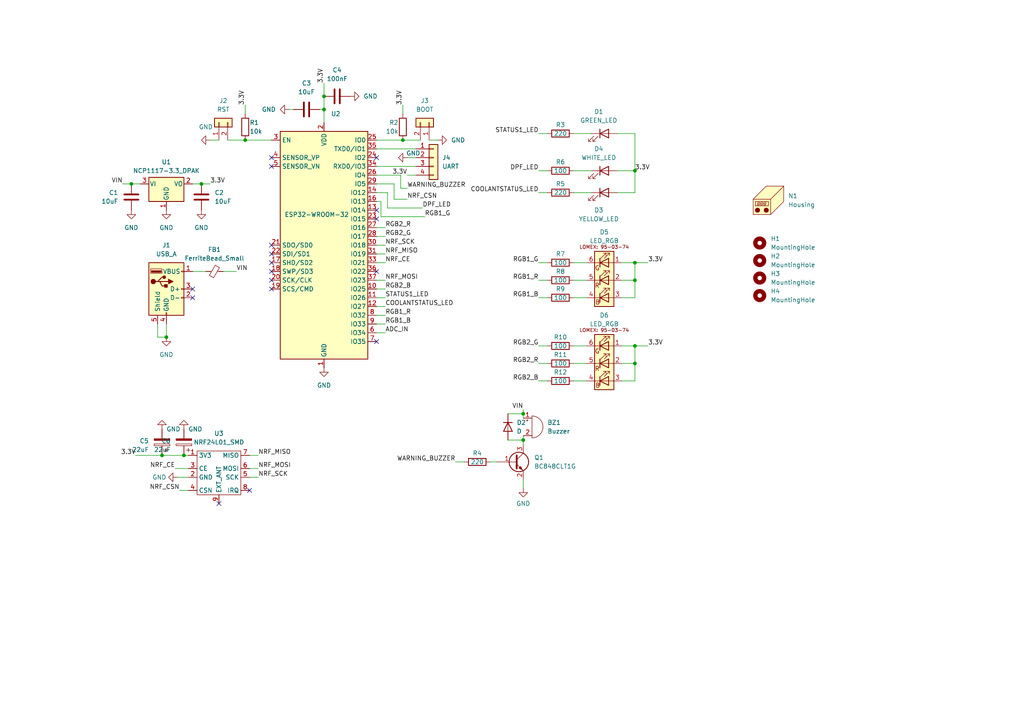
<source format=kicad_sch>
(kicad_sch (version 20211123) (generator eeschema)
  (paper "A4")
  (lib_symbols
    (symbol "Connector:USB_A" (pin_names (offset 1.016))
      (property "Reference" "J" (at -5.08 11.43 0))
      (property "Value" "USB_A" (at -5.08 8.89 0))
      (symbol "USB_A_0_1"
        (rectangle (start -5.08 -7.62) (end 5.08 7.62) (stroke (width 0.254)) (fill (type background)))
        (circle (center -3.81 2.159) (radius 0.635) (stroke (width 0.254)) (fill (type outline)))
        (rectangle (start -1.524 4.826) (end -4.318 5.334) (fill (type outline)))
        (rectangle (start -1.27 4.572) (end -4.572 5.842))
        (circle (center -0.635 3.429) (radius 0.381) (stroke (width 0.254)) (fill (type outline)))
        (rectangle (start -0.127 -7.62) (end 0.127 -6.858))
        (polyline (pts (xy -3.175 2.159) (xy -2.54 2.159) (xy -1.27 3.429) (xy -0.635 3.429)) (stroke (width 0.254)))
        (polyline (pts (xy -2.54 2.159) (xy -1.905 2.159) (xy -1.27 0.889) (xy 0 0.889)) (stroke (width 0.254)))
        (polyline (pts (xy 0.635 2.794) (xy 0.635 1.524) (xy 1.905 2.159) (xy 0.635 2.794)) (stroke (width 0.254)) (fill (type outline)))
        (rectangle (start 0.254 1.27) (end -0.508 0.508) (stroke (width 0.254)) (fill (type outline)))
        (rectangle (start 5.08 -2.667) (end 4.318 -2.413))
        (rectangle (start 5.08 -0.127) (end 4.318 0.127))
        (rectangle (start 5.08 4.953) (end 4.318 5.207))
      )
      (symbol "USB_A_1_1"
        (polyline (pts (xy -1.905 2.159) (xy 0.635 2.159)) (stroke (width 0.254)))
        (pin power_in line (at 7.62 5.08 180) (length 2.54) (name "VBUS") (number "1"))
        (pin bidirectional line (at 7.62 -2.54 180) (length 2.54) (name "D-") (number "2"))
        (pin bidirectional line (at 7.62 0 180) (length 2.54) (name "D+") (number "3"))
        (pin power_in line (at 0 -10.16 90) (length 2.54) (name "GND") (number "4"))
        (pin passive line (at -2.54 -10.16 90) (length 2.54) (name "Shield") (number "5"))
      )
    )
    (symbol "Connector_Generic:Conn_01x02" (pin_names (offset 1.016) hide)
      (property "Reference" "J" (at 0 2.54 0))
      (property "Value" "Conn_01x02" (at 0 -5.08 0))
      (symbol "Conn_01x02_1_1"
        (rectangle (start -1.27 -2.413) (end 0 -2.667) (stroke (width 0.1524)))
        (rectangle (start -1.27 0.127) (end 0 -0.127) (stroke (width 0.1524)))
        (rectangle (start -1.27 1.27) (end 1.27 -3.81) (stroke (width 0.254)) (fill (type background)))
        (pin passive line (at -5.08 0 0) (length 3.81) (name "Pin_1") (number "1"))
        (pin passive line (at -5.08 -2.54 0) (length 3.81) (name "Pin_2") (number "2"))
      )
    )
    (symbol "Connector_Generic:Conn_01x04" (pin_names (offset 1.016) hide)
      (property "Reference" "J" (at 0 5.08 0))
      (property "Value" "Conn_01x04" (at 0 -7.62 0))
      (symbol "Conn_01x04_1_1"
        (rectangle (start -1.27 -4.953) (end 0 -5.207) (stroke (width 0.1524)))
        (rectangle (start -1.27 -2.413) (end 0 -2.667) (stroke (width 0.1524)))
        (rectangle (start -1.27 0.127) (end 0 -0.127) (stroke (width 0.1524)))
        (rectangle (start -1.27 2.667) (end 0 2.413) (stroke (width 0.1524)))
        (rectangle (start -1.27 3.81) (end 1.27 -6.35) (stroke (width 0.254)) (fill (type background)))
        (pin passive line (at -5.08 2.54 0) (length 3.81) (name "Pin_1") (number "1"))
        (pin passive line (at -5.08 0 0) (length 3.81) (name "Pin_2") (number "2"))
        (pin passive line (at -5.08 -2.54 0) (length 3.81) (name "Pin_3") (number "3"))
        (pin passive line (at -5.08 -5.08 0) (length 3.81) (name "Pin_4") (number "4"))
      )
    )
    (symbol "Device:Buzzer" (pin_names (offset 0.0254) hide)
      (property "Reference" "BZ" (at 3.81 1.27 0))
      (property "Value" "Buzzer" (at 3.81 -1.27 0))
      (symbol "Buzzer_0_1"
        (arc (start 0 -3.175) (mid 3.175 0) (end 0 3.175))
        (polyline (pts (xy -1.651 1.905) (xy -1.143 1.905)))
        (polyline (pts (xy -1.397 2.159) (xy -1.397 1.651)))
        (polyline (pts (xy 0 3.175) (xy 0 -3.175)))
      )
      (symbol "Buzzer_1_1"
        (pin passive line (at -2.54 2.54 0) (length 2.54) (name "-") (number "1"))
        (pin passive line (at -2.54 -2.54 0) (length 2.54) (name "+") (number "2"))
      )
    )
    (symbol "Device:C" (pin_numbers hide) (pin_names (offset 0.254))
      (property "Reference" "C" (at 0.635 2.54 0))
      (property "Value" "C" (at 0.635 -2.54 0))
      (symbol "C_0_1"
        (polyline (pts (xy -2.032 -0.762) (xy 2.032 -0.762)) (stroke (width 0.508)))
        (polyline (pts (xy -2.032 0.762) (xy 2.032 0.762)) (stroke (width 0.508)))
      )
      (symbol "C_1_1"
        (pin passive line (at 0 3.81 270) (length 2.794) (name "~") (number "1"))
        (pin passive line (at 0 -3.81 90) (length 2.794) (name "~") (number "2"))
      )
    )
    (symbol "Device:C_Polarized" (pin_numbers hide) (pin_names (offset 0.254))
      (property "Reference" "C" (at 0.635 2.54 0))
      (property "Value" "C_Polarized" (at 0.635 -2.54 0))
      (symbol "C_Polarized_0_1"
        (rectangle (start -2.286 0.508) (end 2.286 1.016))
        (polyline (pts (xy -1.778 2.286) (xy -0.762 2.286)))
        (polyline (pts (xy -1.27 2.794) (xy -1.27 1.778)))
        (rectangle (start 2.286 -0.508) (end -2.286 -1.016) (fill (type outline)))
      )
      (symbol "C_Polarized_1_1"
        (pin passive line (at 0 3.81 270) (length 2.794) (name "~") (number "1"))
        (pin passive line (at 0 -3.81 90) (length 2.794) (name "~") (number "2"))
      )
    )
    (symbol "Device:D" (pin_numbers hide) (pin_names (offset 1.016) hide)
      (property "Reference" "D" (at 0 2.54 0))
      (property "Value" "D" (at 0 -2.54 0))
      (symbol "D_0_1"
        (polyline (pts (xy -1.27 1.27) (xy -1.27 -1.27)) (stroke (width 0.254)))
        (polyline (pts (xy 1.27 0) (xy -1.27 0)))
        (polyline (pts (xy 1.27 1.27) (xy 1.27 -1.27) (xy -1.27 0) (xy 1.27 1.27)) (stroke (width 0.254)))
      )
      (symbol "D_1_1"
        (pin passive line (at -3.81 0 0) (length 2.54) (name "K") (number "1"))
        (pin passive line (at 3.81 0 180) (length 2.54) (name "A") (number "2"))
      )
    )
    (symbol "Device:FerriteBead_Small" (pin_numbers hide) (pin_names (offset 0))
      (property "Reference" "FB" (at 1.905 1.27 0))
      (property "Value" "FerriteBead_Small" (at 1.905 -1.27 0))
      (symbol "FerriteBead_Small_0_1"
        (polyline (pts (xy 0 -1.27) (xy 0 -0.7874)))
        (polyline (pts (xy 0 0.889) (xy 0 1.2954)))
        (polyline (pts (xy -1.8288 0.2794) (xy -1.1176 1.4986) (xy 1.8288 -0.2032) (xy 1.1176 -1.4224) (xy -1.8288 0.2794)))
      )
      (symbol "FerriteBead_Small_1_1"
        (pin passive line (at 0 2.54 270) (length 1.27) (name "~") (number "1"))
        (pin passive line (at 0 -2.54 90) (length 1.27) (name "~") (number "2"))
      )
    )
    (symbol "Device:LED" (pin_numbers hide) (pin_names (offset 1.016) hide)
      (property "Reference" "D" (at 0 2.54 0))
      (property "Value" "LED" (at 0 -2.54 0))
      (symbol "LED_0_1"
        (polyline (pts (xy -1.27 -1.27) (xy -1.27 1.27)) (stroke (width 0.254)))
        (polyline (pts (xy -1.27 0) (xy 1.27 0)))
        (polyline (pts (xy 1.27 -1.27) (xy 1.27 1.27) (xy -1.27 0) (xy 1.27 -1.27)) (stroke (width 0.254)))
        (polyline (pts (xy -3.048 -0.762) (xy -4.572 -2.286) (xy -3.81 -2.286) (xy -4.572 -2.286) (xy -4.572 -1.524)))
        (polyline (pts (xy -1.778 -0.762) (xy -3.302 -2.286) (xy -2.54 -2.286) (xy -3.302 -2.286) (xy -3.302 -1.524)))
      )
      (symbol "LED_1_1"
        (pin passive line (at -3.81 0 0) (length 2.54) (name "K") (number "1"))
        (pin passive line (at 3.81 0 180) (length 2.54) (name "A") (number "2"))
      )
    )
    (symbol "Device:Q_NPN_BEC" (pin_names (offset 0) hide)
      (property "Reference" "Q" (at 5.08 1.27 0))
      (property "Value" "Q_NPN_BEC" (at 5.08 -1.27 0))
      (symbol "Q_NPN_BEC_0_1"
        (polyline (pts (xy 0.635 0.635) (xy 2.54 2.54)))
        (polyline (pts (xy 0.635 -0.635) (xy 2.54 -2.54) (xy 2.54 -2.54)))
        (polyline (pts (xy 0.635 1.905) (xy 0.635 -1.905) (xy 0.635 -1.905)) (stroke (width 0.508)))
        (polyline (pts (xy 1.27 -1.778) (xy 1.778 -1.27) (xy 2.286 -2.286) (xy 1.27 -1.778) (xy 1.27 -1.778)) (fill (type outline)))
        (circle (center 1.27 0) (radius 2.8194) (stroke (width 0.254)))
      )
      (symbol "Q_NPN_BEC_1_1"
        (pin input line (at -5.08 0 0) (length 5.715) (name "B") (number "1"))
        (pin passive line (at 2.54 -5.08 90) (length 2.54) (name "E") (number "2"))
        (pin passive line (at 2.54 5.08 270) (length 2.54) (name "C") (number "3"))
      )
    )
    (symbol "Device:R" (pin_numbers hide) (pin_names (offset 0))
      (property "Reference" "R" (at 2.032 0 90))
      (property "Value" "R" (at 0 0 90))
      (symbol "R_0_1"
        (rectangle (start -1.016 -2.54) (end 1.016 2.54) (stroke (width 0.254)))
      )
      (symbol "R_1_1"
        (pin passive line (at 0 3.81 270) (length 1.27) (name "~") (number "1"))
        (pin passive line (at 0 -3.81 90) (length 1.27) (name "~") (number "2"))
      )
    )
    (symbol "LED_RGB_1" (pin_names (offset 0) hide)
      (property "Reference" "D?" (at 0 13.97 0))
      (property "Value" "LED_RGB" (at 0 11.43 0))
      (symbol "LED_RGB_1_0_0"
        (text "B" (at -1.905 -6.35 0) (effects (font (size 1.27 1.27))))
        (text "G" (at -2.032 3.556 0) (effects (font (size 1.27 1.27))))
        (text "LOMEX: 95-03-74" (at 0 9.652 0) (effects (font (size 1 1))))
        (text "R" (at -2.032 -1.524 0) (effects (font (size 1.27 1.27))))
      )
      (symbol "LED_RGB_1_0_1"
        (polyline (pts (xy -1.27 -5.08) (xy -2.54 -5.08)))
        (polyline (pts (xy -1.27 -5.08) (xy 1.27 -5.08)))
        (polyline (pts (xy -1.27 -3.81) (xy -1.27 -6.35)) (stroke (width 0.254)))
        (polyline (pts (xy -1.27 0) (xy -2.54 0)))
        (polyline (pts (xy -1.27 1.27) (xy -1.27 -1.27)) (stroke (width 0.254)))
        (polyline (pts (xy -1.27 5.08) (xy -2.54 5.08)))
        (polyline (pts (xy -1.27 5.08) (xy 1.27 5.08)))
        (polyline (pts (xy -1.27 6.35) (xy -1.27 3.81)) (stroke (width 0.254)))
        (polyline (pts (xy 1.27 -5.08) (xy 2.54 -5.08)))
        (polyline (pts (xy 1.27 0) (xy -1.27 0)))
        (polyline (pts (xy 1.27 0) (xy 2.54 0)))
        (polyline (pts (xy 1.27 5.08) (xy 2.54 5.08)))
        (polyline (pts (xy -1.27 1.27) (xy -1.27 -1.27) (xy -1.27 -1.27)))
        (polyline (pts (xy -1.27 6.35) (xy -1.27 3.81) (xy -1.27 3.81)))
        (polyline (pts (xy 1.27 -3.81) (xy 1.27 -6.35) (xy -1.27 -5.08) (xy 1.27 -3.81)) (stroke (width 0.254)))
        (polyline (pts (xy 1.27 1.27) (xy 1.27 -1.27) (xy -1.27 0) (xy 1.27 1.27)) (stroke (width 0.254)))
        (polyline (pts (xy 1.27 6.35) (xy 1.27 3.81) (xy -1.27 5.08) (xy 1.27 6.35)) (stroke (width 0.254)))
        (polyline (pts (xy -1.016 -3.81) (xy 0.508 -2.286) (xy -0.254 -2.286) (xy 0.508 -2.286) (xy 0.508 -3.048)))
        (polyline (pts (xy -1.016 1.27) (xy 0.508 2.794) (xy -0.254 2.794) (xy 0.508 2.794) (xy 0.508 2.032)))
        (polyline (pts (xy -1.016 6.35) (xy 0.508 7.874) (xy -0.254 7.874) (xy 0.508 7.874) (xy 0.508 7.112)))
        (polyline (pts (xy 0 -3.81) (xy 1.524 -2.286) (xy 0.762 -2.286) (xy 1.524 -2.286) (xy 1.524 -3.048)))
        (polyline (pts (xy 0 1.27) (xy 1.524 2.794) (xy 0.762 2.794) (xy 1.524 2.794) (xy 1.524 2.032)))
        (polyline (pts (xy 0 6.35) (xy 1.524 7.874) (xy 0.762 7.874) (xy 1.524 7.874) (xy 1.524 7.112)))
        (rectangle (start 1.27 -1.27) (end 1.27 1.27))
        (rectangle (start 1.27 1.27) (end 1.27 1.27))
        (rectangle (start 1.27 3.81) (end 1.27 6.35))
        (rectangle (start 1.27 6.35) (end 1.27 6.35))
        (rectangle (start 2.794 8.382) (end -2.794 -7.62) (stroke (width 0.254)) (fill (type background)))
      )
      (symbol "LED_RGB_1_1_1"
        (pin passive line (at 5.08 5.08 180) (length 2.54) (name "RA") (number "1"))
        (pin passive line (at 5.08 0 180) (length 2.54) (name "GA") (number "2"))
        (pin passive line (at 5.08 -5.08 180) (length 2.54) (name "BA") (number "3"))
        (pin passive line (at -5.08 -5.08 0) (length 2.54) (name "BK") (number "4"))
        (pin passive line (at -5.08 0 0) (length 2.54) (name "GK") (number "5"))
        (pin passive line (at -5.08 5.08 0) (length 2.54) (name "RK") (number "6"))
      )
    )
    (symbol "Mechanical:Housing" (pin_names (offset 1.016))
      (property "Reference" "N" (at 3.81 0 0))
      (property "Value" "Housing" (at 3.81 -1.905 0))
      (symbol "Housing_0_1"
        (rectangle (start -5.08 -0.635) (end -1.27 -1.905))
        (circle (center -4.445 -3.175) (radius 0.635) (fill (type outline)))
        (circle (center -1.905 -3.175) (radius 0.635) (fill (type outline)))
        (polyline (pts (xy -4.5212 -1.5748) (xy -4.4704 -1.3716)))
        (polyline (pts (xy -4.4196 -1.6764) (xy -4.064 -1.6764)))
        (polyline (pts (xy -4.4196 -1.2192) (xy -4.3688 -0.9652)))
        (polyline (pts (xy -4.318 -1.3208) (xy -4.0132 -1.3208)))
        (polyline (pts (xy -4.2164 -0.9144) (xy -3.9116 -0.9144)))
        (polyline (pts (xy -3.9116 -1.6256) (xy -3.8608 -1.3716)))
        (polyline (pts (xy -3.81 -1.2192) (xy -3.7592 -0.9652)))
        (polyline (pts (xy -3.6068 -1.5748) (xy -3.556 -1.3716)))
        (polyline (pts (xy -3.5052 -1.6764) (xy -3.1496 -1.6764)))
        (polyline (pts (xy -3.5052 -1.2192) (xy -3.4544 -0.9652)))
        (polyline (pts (xy -3.4036 -1.3208) (xy -3.0988 -1.3208)))
        (polyline (pts (xy -3.302 -0.9144) (xy -2.9972 -0.9144)))
        (polyline (pts (xy -2.9972 -1.6256) (xy -2.9464 -1.3716)))
        (polyline (pts (xy -2.8956 -1.2192) (xy -2.8448 -0.9652)))
        (polyline (pts (xy -2.6924 -1.5748) (xy -2.6416 -1.3716)))
        (polyline (pts (xy -2.5908 -1.6764) (xy -2.2352 -1.6764)))
        (polyline (pts (xy -2.5908 -1.2192) (xy -2.54 -0.9652)))
        (polyline (pts (xy -2.4892 -1.3208) (xy -2.1844 -1.3208)))
        (polyline (pts (xy -2.3876 -0.9144) (xy -2.0828 -0.9144)))
        (polyline (pts (xy -2.0828 -1.6256) (xy -2.032 -1.3716)))
        (polyline (pts (xy -1.9812 -1.2192) (xy -1.9304 -0.9652)))
        (polyline (pts (xy -0.635 0) (xy -0.635 -4.445)))
        (polyline (pts (xy -5.715 0) (xy -0.635 0) (xy 3.175 3.81)))
        (polyline (pts (xy -5.715 0) (xy -5.715 -4.445) (xy -0.635 -4.445) (xy 3.175 -0.635) (xy 3.175 3.81) (xy -1.905 3.81) (xy -5.715 0)) (fill (type background)))
      )
    )
    (symbol "Mechanical:MountingHole" (pin_names (offset 1.016))
      (property "Reference" "H" (at 0 5.08 0))
      (property "Value" "MountingHole" (at 0 3.175 0))
      (symbol "MountingHole_0_1"
        (circle (center 0 0) (radius 1.27) (stroke (width 1.27)))
      )
    )
    (symbol "RF_Module:ESP32-WROOM-32"
      (property "Reference" "U" (at -12.7 34.29 0))
      (property "Value" "ESP32-WROOM-32" (at 1.27 34.29 0))
      (symbol "ESP32-WROOM-32_0_1"
        (rectangle (start -12.7 33.02) (end 12.7 -33.02) (stroke (width 0.254)) (fill (type background)))
      )
      (symbol "ESP32-WROOM-32_1_1"
        (pin power_in line (at 0 -35.56 90) (length 2.54) (name "GND") (number "1"))
        (pin bidirectional line (at 15.24 -12.7 180) (length 2.54) (name "IO25") (number "10"))
        (pin bidirectional line (at 15.24 -15.24 180) (length 2.54) (name "IO26") (number "11"))
        (pin bidirectional line (at 15.24 -17.78 180) (length 2.54) (name "IO27") (number "12"))
        (pin bidirectional line (at 15.24 10.16 180) (length 2.54) (name "IO14") (number "13"))
        (pin bidirectional line (at 15.24 15.24 180) (length 2.54) (name "IO12") (number "14"))
        (pin passive line (at 0 -35.56 90) (length 2.54) hide (name "GND") (number "15"))
        (pin bidirectional line (at 15.24 12.7 180) (length 2.54) (name "IO13") (number "16"))
        (pin bidirectional line (at -15.24 -5.08 0) (length 2.54) (name "SHD/SD2") (number "17"))
        (pin bidirectional line (at -15.24 -7.62 0) (length 2.54) (name "SWP/SD3") (number "18"))
        (pin bidirectional line (at -15.24 -12.7 0) (length 2.54) (name "SCS/CMD") (number "19"))
        (pin power_in line (at 0 35.56 270) (length 2.54) (name "VDD") (number "2"))
        (pin bidirectional line (at -15.24 -10.16 0) (length 2.54) (name "SCK/CLK") (number "20"))
        (pin bidirectional line (at -15.24 0 0) (length 2.54) (name "SDO/SD0") (number "21"))
        (pin bidirectional line (at -15.24 -2.54 0) (length 2.54) (name "SDI/SD1") (number "22"))
        (pin bidirectional line (at 15.24 7.62 180) (length 2.54) (name "IO15") (number "23"))
        (pin bidirectional line (at 15.24 25.4 180) (length 2.54) (name "IO2") (number "24"))
        (pin bidirectional line (at 15.24 30.48 180) (length 2.54) (name "IO0") (number "25"))
        (pin bidirectional line (at 15.24 20.32 180) (length 2.54) (name "IO4") (number "26"))
        (pin bidirectional line (at 15.24 5.08 180) (length 2.54) (name "IO16") (number "27"))
        (pin bidirectional line (at 15.24 2.54 180) (length 2.54) (name "IO17") (number "28"))
        (pin bidirectional line (at 15.24 17.78 180) (length 2.54) (name "IO5") (number "29"))
        (pin input line (at -15.24 30.48 0) (length 2.54) (name "EN") (number "3"))
        (pin bidirectional line (at 15.24 0 180) (length 2.54) (name "IO18") (number "30"))
        (pin bidirectional line (at 15.24 -2.54 180) (length 2.54) (name "IO19") (number "31"))
        (pin no_connect line (at -12.7 -27.94 0) (length 2.54) hide (name "NC") (number "32"))
        (pin bidirectional line (at 15.24 -5.08 180) (length 2.54) (name "IO21") (number "33"))
        (pin bidirectional line (at 15.24 22.86 180) (length 2.54) (name "RXD0/IO3") (number "34"))
        (pin bidirectional line (at 15.24 27.94 180) (length 2.54) (name "TXD0/IO1") (number "35"))
        (pin bidirectional line (at 15.24 -7.62 180) (length 2.54) (name "IO22") (number "36"))
        (pin bidirectional line (at 15.24 -10.16 180) (length 2.54) (name "IO23") (number "37"))
        (pin passive line (at 0 -35.56 90) (length 2.54) hide (name "GND") (number "38"))
        (pin passive line (at 0 -35.56 90) (length 2.54) hide (name "GND") (number "39"))
        (pin input line (at -15.24 25.4 0) (length 2.54) (name "SENSOR_VP") (number "4"))
        (pin input line (at -15.24 22.86 0) (length 2.54) (name "SENSOR_VN") (number "5"))
        (pin input line (at 15.24 -25.4 180) (length 2.54) (name "IO34") (number "6"))
        (pin input line (at 15.24 -27.94 180) (length 2.54) (name "IO35") (number "7"))
        (pin bidirectional line (at 15.24 -20.32 180) (length 2.54) (name "IO32") (number "8"))
        (pin bidirectional line (at 15.24 -22.86 180) (length 2.54) (name "IO33") (number "9"))
      )
    )
    (symbol "Regulator_Linear:NCP1117-3.3_SOT223" (pin_names (offset 0.254))
      (property "Reference" "U" (at -3.81 3.175 0))
      (property "Value" "NCP1117-3.3_SOT223" (at 0 3.175 0))
      (symbol "NCP1117-3.3_SOT223_0_1"
        (rectangle (start -5.08 -5.08) (end 5.08 1.905) (stroke (width 0.254)) (fill (type background)))
      )
      (symbol "NCP1117-3.3_SOT223_1_1"
        (pin power_in line (at 0 -7.62 90) (length 2.54) (name "GND") (number "1"))
        (pin power_out line (at 7.62 0 180) (length 2.54) (name "VO") (number "2"))
        (pin power_in line (at -7.62 0 0) (length 2.54) (name "VI") (number "3"))
      )
    )
    (symbol "mylib6:NRF24L01_SMD"
      (property "Reference" "U" (at 0 10.795 0))
      (property "Value" "NRF24L01_SMD" (at -0.635 8.89 0))
      (symbol "NRF24L01_SMD_0_1"
        (rectangle (start -6.35 6.35) (end 6.35 -6.35))
      )
      (symbol "NRF24L01_SMD_1_1"
        (pin input line (at -8.89 5.08 0) (length 2.54) (name "3V3") (number "1"))
        (pin input line (at -8.89 -1.27 0) (length 2.54) (name "GND") (number "2"))
        (pin input line (at -8.89 1.27 0) (length 2.54) (name "CE") (number "3"))
        (pin input line (at -8.89 -5.08 0) (length 2.54) (name "CSN") (number "4"))
        (pin bidirectional line (at 8.89 -1.27 180) (length 2.54) (name "SCK") (number "5"))
        (pin bidirectional line (at 8.89 1.27 180) (length 2.54) (name "MOSI") (number "6"))
        (pin bidirectional line (at 8.89 5.08 180) (length 2.54) (name "MISO") (number "7"))
        (pin input line (at 8.89 -5.08 180) (length 2.54) (name "IRQ") (number "8"))
        (pin bidirectional line (at 0 -8.89 90) (length 2.54) (name "EXT_ANT") (number "9"))
      )
    )
    (symbol "power:GND" (power) (pin_names (offset 0))
      (property "Value" "GND" (at 0 -3.81 0))
      (symbol "GND_0_1"
        (polyline (pts (xy 0 0) (xy 0 -1.27) (xy 1.27 -1.27) (xy 0 -2.54) (xy -1.27 -1.27) (xy 0 -1.27)))
      )
      (symbol "GND_1_1"
        (pin power_in line (at 0 0 270) (length 0) hide (name "GND") (number "1"))
      )
    )
  )
  (junction (at 58.42 53.34))
  (junction (at 151.765 120.015))
  (junction (at 184.15 76.2))
  (junction (at 71.12 40.64))
  (junction (at 184.15 81.28))
  (junction (at 184.15 100.33))
  (junction (at 93.98 31.75))
  (junction (at 48.26 97.79))
  (junction (at 38.1 53.34))
  (junction (at 184.15 49.53))
  (junction (at 116.84 40.64))
  (junction (at 93.98 27.94))
  (junction (at 184.15 105.41))
  (junction (at 46.99 132.08))
  (junction (at 151.765 127.635))
  (junction (at 53.34 132.08))
  (no_connect (at 55.88 83.82))
  (no_connect (at 72.39 142.24))
  (no_connect (at 109.22 63.5))
  (no_connect (at 109.22 60.96))
  (no_connect (at 109.22 99.06))
  (no_connect (at 63.5 146.05))
  (no_connect (at 55.88 86.36))
  (no_connect (at 109.22 78.74))
  (no_connect (at 109.22 45.72))
  (no_connect (at 78.74 48.26))
  (no_connect (at 78.74 71.12))
  (no_connect (at 78.74 73.66))
  (no_connect (at 78.74 76.2))
  (no_connect (at 78.74 78.74))
  (no_connect (at 78.74 81.28))
  (no_connect (at 78.74 83.82))
  (no_connect (at 78.74 45.72))
  (wire (pts (xy 166.37 105.41) (xy 170.18 105.41)))
  (wire (pts (xy 156.21 55.88) (xy 158.75 55.88)))
  (wire (pts (xy 55.88 78.74) (xy 59.69 78.74)))
  (wire (pts (xy 109.22 73.66) (xy 111.76 73.66)))
  (wire (pts (xy 109.22 48.26) (xy 120.65 48.26)))
  (wire (pts (xy 118.11 54.61) (xy 116.205 54.61)))
  (wire (pts (xy 121.92 40.64) (xy 116.84 40.64)))
  (wire (pts (xy 109.22 53.34) (xy 114.3 53.34)))
  (wire (pts (xy 109.22 58.42) (xy 110.49 58.42)))
  (wire (pts (xy 109.22 86.36) (xy 111.76 86.36)))
  (wire (pts (xy 156.21 100.33) (xy 158.75 100.33)))
  (wire (pts (xy 48.26 97.79) (xy 45.72 97.79)))
  (wire (pts (xy 116.205 50.8) (xy 109.22 50.8)))
  (wire (pts (xy 109.22 81.28) (xy 111.76 81.28)))
  (wire (pts (xy 184.15 49.53) (xy 184.15 55.88)))
  (wire (pts (xy 166.37 100.33) (xy 170.18 100.33)))
  (wire (pts (xy 184.15 86.36) (xy 184.15 81.28)))
  (wire (pts (xy 66.04 40.64) (xy 71.12 40.64)))
  (wire (pts (xy 35.56 53.34) (xy 38.1 53.34)))
  (wire (pts (xy 180.34 100.33) (xy 184.15 100.33)))
  (wire (pts (xy 93.98 31.75) (xy 93.98 35.56)))
  (wire (pts (xy 116.84 40.64) (xy 109.22 40.64)))
  (wire (pts (xy 109.22 88.9) (xy 111.76 88.9)))
  (wire (pts (xy 156.21 110.49) (xy 158.75 110.49)))
  (wire (pts (xy 151.765 126.365) (xy 151.765 127.635)))
  (wire (pts (xy 142.24 133.985) (xy 144.145 133.985)))
  (wire (pts (xy 109.22 68.58) (xy 111.76 68.58)))
  (wire (pts (xy 71.12 40.64) (xy 78.74 40.64)))
  (wire (pts (xy 110.49 62.865) (xy 123.19 62.865)))
  (wire (pts (xy 122.555 60.325) (xy 112.395 60.325)))
  (wire (pts (xy 147.32 127.635) (xy 151.765 127.635)))
  (wire (pts (xy 118.11 45.72) (xy 120.65 45.72)))
  (wire (pts (xy 109.22 91.44) (xy 111.76 91.44)))
  (wire (pts (xy 166.37 81.28) (xy 170.18 81.28)))
  (wire (pts (xy 156.21 38.735) (xy 158.75 38.735)))
  (wire (pts (xy 179.07 49.53) (xy 184.15 49.53)))
  (wire (pts (xy 114.3 57.785) (xy 118.11 57.785)))
  (wire (pts (xy 166.37 76.2) (xy 170.18 76.2)))
  (wire (pts (xy 72.39 138.43) (xy 74.93 138.43)))
  (wire (pts (xy 51.435 138.43) (xy 54.61 138.43)))
  (wire (pts (xy 109.22 66.04) (xy 111.76 66.04)))
  (wire (pts (xy 109.22 93.98) (xy 111.76 93.98)))
  (wire (pts (xy 127 40.64) (xy 124.46 40.64)))
  (wire (pts (xy 53.34 132.08) (xy 54.61 132.08)))
  (wire (pts (xy 55.88 53.34) (xy 58.42 53.34)))
  (wire (pts (xy 184.15 81.28) (xy 184.15 76.2)))
  (wire (pts (xy 93.98 27.94) (xy 93.98 31.75)))
  (wire (pts (xy 112.395 60.325) (xy 112.395 55.88)))
  (wire (pts (xy 156.21 105.41) (xy 158.75 105.41)))
  (wire (pts (xy 156.21 49.53) (xy 158.75 49.53)))
  (wire (pts (xy 166.37 110.49) (xy 170.18 110.49)))
  (wire (pts (xy 39.37 132.08) (xy 46.99 132.08)))
  (wire (pts (xy 184.15 38.735) (xy 179.07 38.735)))
  (wire (pts (xy 50.8 135.89) (xy 54.61 135.89)))
  (wire (pts (xy 72.39 132.08) (xy 74.93 132.08)))
  (wire (pts (xy 166.37 86.36) (xy 170.18 86.36)))
  (wire (pts (xy 112.395 55.88) (xy 109.22 55.88)))
  (wire (pts (xy 180.34 76.2) (xy 184.15 76.2)))
  (wire (pts (xy 45.72 97.79) (xy 45.72 93.98)))
  (wire (pts (xy 180.34 86.36) (xy 184.15 86.36)))
  (wire (pts (xy 60.96 40.64) (xy 63.5 40.64)))
  (wire (pts (xy 109.22 43.18) (xy 120.65 43.18)))
  (wire (pts (xy 151.765 139.065) (xy 151.765 141.605)))
  (wire (pts (xy 180.34 110.49) (xy 184.15 110.49)))
  (wire (pts (xy 109.22 83.82) (xy 111.76 83.82)))
  (wire (pts (xy 184.15 105.41) (xy 184.15 100.33)))
  (wire (pts (xy 72.39 135.89) (xy 74.93 135.89)))
  (wire (pts (xy 156.21 86.36) (xy 158.75 86.36)))
  (wire (pts (xy 71.12 30.48) (xy 71.12 33.02)))
  (wire (pts (xy 132.08 133.985) (xy 134.62 133.985)))
  (wire (pts (xy 109.22 71.12) (xy 111.76 71.12)))
  (wire (pts (xy 116.205 54.61) (xy 116.205 50.8)))
  (wire (pts (xy 52.07 142.24) (xy 54.61 142.24)))
  (wire (pts (xy 93.98 24.13) (xy 93.98 27.94)))
  (wire (pts (xy 151.765 120.015) (xy 151.765 121.285)))
  (wire (pts (xy 166.37 38.735) (xy 171.45 38.735)))
  (wire (pts (xy 151.765 127.635) (xy 151.765 128.905)))
  (wire (pts (xy 184.15 100.33) (xy 187.96 100.33)))
  (wire (pts (xy 166.37 49.53) (xy 171.45 49.53)))
  (wire (pts (xy 118.11 50.8) (xy 120.65 50.8)))
  (wire (pts (xy 180.34 81.28) (xy 184.15 81.28)))
  (wire (pts (xy 156.21 81.28) (xy 158.75 81.28)))
  (wire (pts (xy 109.22 76.2) (xy 111.76 76.2)))
  (wire (pts (xy 184.15 110.49) (xy 184.15 105.41)))
  (wire (pts (xy 46.99 132.08) (xy 53.34 132.08)))
  (wire (pts (xy 151.765 118.745) (xy 151.765 120.015)))
  (wire (pts (xy 92.71 31.75) (xy 93.98 31.75)))
  (wire (pts (xy 156.21 76.2) (xy 158.75 76.2)))
  (wire (pts (xy 116.84 30.48) (xy 116.84 33.02)))
  (wire (pts (xy 147.32 120.015) (xy 151.765 120.015)))
  (wire (pts (xy 58.42 53.34) (xy 60.96 53.34)))
  (wire (pts (xy 110.49 58.42) (xy 110.49 62.865)))
  (wire (pts (xy 85.09 31.75) (xy 83.82 31.75)))
  (wire (pts (xy 38.1 53.34) (xy 40.64 53.34)))
  (wire (pts (xy 184.15 49.53) (xy 184.15 38.735)))
  (wire (pts (xy 111.76 96.52) (xy 109.22 96.52)))
  (wire (pts (xy 114.3 53.34) (xy 114.3 57.785)))
  (wire (pts (xy 166.37 55.88) (xy 171.45 55.88)))
  (wire (pts (xy 184.15 76.2) (xy 187.96 76.2)))
  (wire (pts (xy 179.07 55.88) (xy 184.15 55.88)))
  (wire (pts (xy 64.77 78.74) (xy 68.58 78.74)))
  (wire (pts (xy 180.34 105.41) (xy 184.15 105.41)))
  (wire (pts (xy 48.26 93.98) (xy 48.26 97.79)))
  (label "DPF_LED" (at 156.21 49.53 180))
  (label "NRF_SCK" (at 74.93 138.43 0))
  (label "NRF_CE" (at 111.76 76.2 0))
  (label "3.3V" (at 187.96 100.33 0))
  (label "RGB2_B" (at 111.76 83.82 0))
  (label "VIN" (at 68.58 78.74 0))
  (label "RGB1_G" (at 123.19 62.865 0))
  (label "VIN" (at 35.56 53.34 180))
  (label "DPF_LED" (at 122.555 60.325 0))
  (label "ADC_IN" (at 111.76 96.52 0))
  (label "NRF_CSN" (at 52.07 142.24 180))
  (label "3.3V" (at 187.96 76.2 0))
  (label "RGB1_R" (at 156.21 81.28 180))
  (label "STATUS1_LED" (at 156.21 38.735 180))
  (label "RGB1_R" (at 111.76 91.44 0))
  (label "3.3V" (at 71.12 30.48 90))
  (label "RGB2_B" (at 156.21 110.49 180))
  (label "RGB2_R" (at 111.76 66.04 0))
  (label "RGB1_G" (at 156.21 76.2 180))
  (label "COOLANTSTATUS_LED" (at 156.21 55.88 180))
  (label "NRF_CSN" (at 118.11 57.785 0))
  (label "3.3V" (at 60.96 53.34 0))
  (label "COOLANTSTATUS_LED" (at 111.76 88.9 0))
  (label "NRF_SCK" (at 111.76 71.12 0))
  (label "3.3V" (at 184.15 49.53 0))
  (label "3.3V" (at 93.98 24.13 90))
  (label "RGB1_B" (at 156.21 86.36 180))
  (label "3.3V" (at 118.11 50.8 180))
  (label "NRF_MISO" (at 74.93 132.08 0))
  (label "NRF_MOSI" (at 74.93 135.89 0))
  (label "NRF_CE" (at 50.8 135.89 180))
  (label "3.3V" (at 116.84 30.48 90))
  (label "RGB2_R" (at 156.21 105.41 180))
  (label "RGB2_G" (at 111.76 68.58 0))
  (label "STATUS1_LED" (at 111.76 86.36 0))
  (label "RGB2_G" (at 156.21 100.33 180))
  (label "NRF_MISO" (at 111.76 73.66 0))
  (label "3.3V" (at 39.37 132.08 180))
  (label "WARNING_BUZZER" (at 132.08 133.985 180))
  (label "RGB1_B" (at 111.76 93.98 0))
  (label "VIN" (at 151.765 118.745 180))
  (label "WARNING_BUZZER" (at 118.11 54.61 0))
  (label "NRF_MOSI" (at 111.76 81.28 0))
  (symbol (lib_id "power:GND") (at 48.26 97.79 0) (unit 1)
    (property "Reference" "#PWR0108" (effects hide))
    (property "Value" "GND" (at 48.26 102.87 0))
  )
  (symbol (lib_id "Device:Buzzer") (at 154.305 123.825 0) (unit 1)
    (property "Reference" "BZ1" (at 158.75 122.5549 0) (effects (justify left)))
    (property "Value" "Buzzer" (at 158.75 125.0949 0) (effects (justify left)))
    (property "Footprint" "Buzzer_Beeper:PUIAudio_SMT_0825_S_4_R" (effects hide))
    (property "Mouser" "490-CMT-7525-80SMTTR" (effects hide))
  )
  (symbol (lib_id "power:GND") (at 46.99 124.46 180) (unit 1)
    (property "Reference" "#PWR0114" (effects hide))
    (property "Value" "GND" (at 48.26 124.46 0) (effects (justify right)))
  )
  (symbol (lib_id "Connector_Generic:Conn_01x02") (at 124.46 35.56 270) (mirror x) (unit 1)
    (property "Reference" "J3" (at 123.19 29.21 90))
    (property "Value" "BOOT" (at 123.19 31.75 90))
    (property "Footprint" "my_kicad:B3U-1000P_Button" (effects hide))
    (property "LOMEX" "45-11-08" (effects hide))
    (property "Mouser" "611-PTS636SK25SMTRLF" (effects hide))
  )
  (symbol (lib_id "Device:R") (at 162.56 105.41 90) (unit 1)
    (property "Reference" "R11" (at 162.56 102.87 90))
    (property "Value" "100" (at 162.56 105.41 90))
    (property "Footprint" "Resistor_SMD:R_0603_1608Metric" (effects hide))
    (property "LOMEX" "80-11-53" (effects hide))
  )
  (symbol (lib_id "Device:LED") (at 175.26 38.735 0) (unit 1)
    (property "Reference" "D1" (at 173.6725 32.385 0))
    (property "Value" "GREEN_LED" (at 173.6725 34.925 0))
    (property "Footprint" "LED_SMD:LED_0603_1608Metric" (effects hide))
    (property "LOMEX" "95-04-05" (effects hide))
  )
  (symbol (lib_id "Regulator_Linear:NCP1117-3.3_SOT223") (at 48.26 53.34 0) (unit 1)
    (property "Reference" "U1" (at 48.26 46.99 0))
    (property "Value" "NCP1117-3.3_DPAK" (at 48.26 49.53 0))
    (property "Footprint" "Package_TO_SOT_SMD:SOT-223-3_TabPin2" (effects hide))
    (property "Datasheet" "http://www.onsemi.com/pub_link/Collateral/NCP1117-D.PDF" (effects hide))
    (property "LOMEX" "89-06-98" (effects hide))
  )
  (symbol (lib_name "LED_RGB_1") (lib_id "Device:LED_RGB") (at 175.26 105.41 0) (unit 1)
    (property "Reference" "D6" (at 175.26 91.44 0))
    (property "Value" "LED_RGB" (at 175.26 93.98 0))
    (property "Footprint" "LED_SMD:LED_RGB_5050-6" (effects hide))
    (property "LOMEX" "95-03-74" (effects hide))
  )
  (symbol (lib_id "power:GND") (at 51.435 138.43 270) (unit 1)
    (property "Reference" "#PWR0111" (effects hide))
    (property "Value" "GND" (at 48.26 138.4299 90) (effects (justify right)))
  )
  (symbol (lib_id "Mechanical:MountingHole") (at 220.345 85.725 0) (unit 1)
    (property "Reference" "H4" (at 223.52 84.4549 0) (effects (justify left)))
    (property "Value" "MountingHole" (at 223.52 86.9949 0) (effects (justify left)))
    (property "Footprint" "MountingHole:MountingHole_2.2mm_M2_DIN965" (effects hide))
  )
  (symbol (lib_id "Mechanical:MountingHole") (at 220.345 70.485 0) (unit 1)
    (property "Reference" "H1" (at 223.52 69.2149 0) (effects (justify left)))
    (property "Value" "MountingHole" (at 223.52 71.7549 0) (effects (justify left)))
    (property "Footprint" "MountingHole:MountingHole_2.2mm_M2_DIN965" (effects hide))
  )
  (symbol (lib_id "Device:R") (at 162.56 86.36 90) (unit 1)
    (property "Reference" "R9" (at 162.56 83.82 90))
    (property "Value" "100" (at 162.56 86.36 90))
    (property "Footprint" "Resistor_SMD:R_0603_1608Metric" (effects hide))
    (property "LOMEX" "80-11-53" (effects hide))
  )
  (symbol (lib_id "RF_Module:ESP32-WROOM-32") (at 93.98 71.12 0) (unit 1)
    (property "Reference" "U2" (at 95.9994 33.02 0) (effects (justify left)))
    (property "Value" "ESP32-WROOM-32" (at 82.55 62.23 0) (effects (justify left)))
    (property "Footprint" "RF_Module:ESP32-WROOM-32U" (effects hide))
    (property "Datasheet" "https://www.espressif.com/sites/default/files/documentation/esp32-wroom-32_datasheet_en.pdf" (effects hide))
    (property "Mouser" "356-ESP32WRM32E164PH" (effects hide))
  )
  (symbol (lib_id "Device:D") (at 147.32 123.825 270) (unit 1)
    (property "Reference" "D2" (at 149.86 122.5549 90) (effects (justify left)))
    (property "Value" "D" (at 149.86 125.0949 90) (effects (justify left)))
    (property "Footprint" "Diode_SMD:D_SMA" (effects hide))
    (property "LOMEX" "83-02-64" (effects hide))
  )
  (symbol (lib_id "power:GND") (at 118.11 45.72 270) (unit 1)
    (property "Reference" "#PWR0102" (effects hide))
    (property "Value" "GND" (at 121.92 44.45 90) (effects (justify right)))
  )
  (symbol (lib_id "Device:C") (at 38.1 57.15 180) (unit 1)
    (property "Reference" "C1" (at 34.29 55.8799 0) (effects (justify left)))
    (property "Value" "10uF" (at 34.29 58.4199 0) (effects (justify left)))
    (property "Footprint" "Capacitor_SMD:C_0805_2012Metric" (effects hide))
    (property "LOMEX" "82-10-18" (effects hide))
  )
  (symbol (lib_id "Connector:USB_A") (at 48.26 83.82 0) (unit 1)
    (property "Reference" "J1" (at 48.26 71.12 0))
    (property "Value" "USB_A" (at 48.26 73.66 0))
    (property "Footprint" "mykicad_6:USB_A_CNCTech_1001-011-01101_Horizontal" (effects hide))
    (property "Datasheet" " ~" (effects hide))
    (property "LOMEX" "43-12-12" (effects hide))
  )
  (symbol (lib_id "Device:C") (at 58.42 57.15 180) (unit 1)
    (property "Reference" "C2" (at 62.23 55.8799 0) (effects (justify right)))
    (property "Value" "10uF" (at 62.23 58.4199 0) (effects (justify right)))
    (property "Footprint" "Capacitor_SMD:C_0805_2012Metric" (effects hide))
    (property "LOMEX" "82-10-18" (effects hide))
  )
  (symbol (lib_id "Device:C") (at 97.79 27.94 90) (unit 1)
    (property "Reference" "C4" (at 97.79 20.32 90))
    (property "Value" "100nF" (at 97.79 22.86 90))
    (property "Footprint" "Capacitor_SMD:C_0603_1608Metric" (effects hide))
    (property "LOMEX" "82-13-28" (effects hide))
  )
  (symbol (lib_id "power:GND") (at 53.34 124.46 180) (unit 1)
    (property "Reference" "#PWR0112" (effects hide))
    (property "Value" "GND" (at 54.61 124.46 0) (effects (justify right)))
  )
  (symbol (lib_id "Device:R") (at 162.56 81.28 90) (unit 1)
    (property "Reference" "R8" (at 162.56 78.74 90))
    (property "Value" "100" (at 162.56 81.28 90))
    (property "Footprint" "Resistor_SMD:R_0603_1608Metric" (effects hide))
    (property "LOMEX" "80-11-53" (effects hide))
  )
  (symbol (lib_id "Device:R") (at 162.56 38.735 90) (unit 1)
    (property "Reference" "R3" (at 162.56 36.195 90))
    (property "Value" "220" (at 162.56 38.735 90))
    (property "Footprint" "Resistor_SMD:R_0603_1608Metric" (effects hide))
    (property "LOMEX" "81-10-18" (effects hide))
  )
  (symbol (lib_id "power:GND") (at 38.1 60.96 0) (unit 1)
    (property "Reference" "#PWR0110" (effects hide))
    (property "Value" "GND" (at 38.1 66.04 0))
  )
  (symbol (lib_id "Connector_Generic:Conn_01x02") (at 63.5 35.56 90) (unit 1)
    (property "Reference" "J2" (at 64.77 29.21 90))
    (property "Value" "RST" (at 64.77 31.75 90))
    (property "Footprint" "my_kicad:B3U-1000P_Button" (effects hide))
    (property "LOMEX" "45-11-08" (effects hide))
    (property "Mouser" "611-PTS636SK25SMTRLF" (effects hide))
  )
  (symbol (lib_name "LED_RGB_1") (lib_id "Device:LED_RGB") (at 175.26 81.28 0) (unit 1)
    (property "Reference" "D5" (at 175.26 67.31 0))
    (property "Value" "LED_RGB" (at 175.26 69.85 0))
    (property "Footprint" "LED_SMD:LED_RGB_5050-6" (effects hide))
    (property "LOMEX" "95-03-74" (effects hide))
  )
  (symbol (lib_id "Device:C") (at 88.9 31.75 270) (unit 1)
    (property "Reference" "C3" (at 88.9 24.13 90))
    (property "Value" "10uF" (at 88.9 26.67 90))
    (property "Footprint" "Capacitor_SMD:C_0805_2012Metric" (effects hide))
    (property "LOMEX" "82-10-18" (effects hide))
  )
  (symbol (lib_id "power:GND") (at 83.82 31.75 270) (unit 1)
    (property "Reference" "#PWR0105" (effects hide))
    (property "Value" "GND" (at 80.01 31.7499 90) (effects (justify right)))
  )
  (symbol (lib_id "power:GND") (at 101.6 27.94 90) (unit 1)
    (property "Reference" "#PWR0104" (effects hide))
    (property "Value" "GND" (at 105.41 27.9399 90) (effects (justify right)))
  )
  (symbol (lib_id "Mechanical:MountingHole") (at 220.345 75.565 0) (unit 1)
    (property "Reference" "H2" (at 223.52 74.2949 0) (effects (justify left)))
    (property "Value" "MountingHole" (at 223.52 76.8349 0) (effects (justify left)))
    (property "Footprint" "MountingHole:MountingHole_2.2mm_M2_DIN965" (effects hide))
  )
  (symbol (lib_id "Connector_Generic:Conn_01x04") (at 125.73 45.72 0) (unit 1)
    (property "Reference" "J4" (at 128.27 45.7199 0) (effects (justify left)))
    (property "Value" "UART" (at 128.27 48.2599 0) (effects (justify left)))
    (property "Footprint" "Connector_PinHeader_2.54mm:PinHeader_1x04_P2.54mm_Vertical" (effects hide))
  )
  (symbol (lib_id "Device:LED") (at 175.26 55.88 0) (unit 1)
    (property "Reference" "D3" (at 173.6725 60.96 0))
    (property "Value" "YELLOW_LED" (at 173.6725 63.5 0))
    (property "Footprint" "LED_SMD:LED_0603_1608Metric" (effects hide))
    (property "LOMEX" "95-03-07" (effects hide))
  )
  (symbol (lib_id "Device:Q_NPN_BEC") (at 149.225 133.985 0) (unit 1)
    (property "Reference" "Q1" (at 154.94 132.7149 0) (effects (justify left)))
    (property "Value" "BC848CLT1G" (at 154.94 135.2549 0) (effects (justify left)))
    (property "Footprint" "Package_TO_SOT_SMD:SOT-23" (effects hide))
    (property "LOMEX" "86-01-33 " (effects hide))
  )
  (symbol (lib_id "power:GND") (at 60.96 40.64 270) (unit 1)
    (property "Reference" "#PWR0107" (effects hide))
    (property "Value" "GND" (at 59.69 36.83 90))
  )
  (symbol (lib_id "mylib6:NRF24L01_SMD") (at 63.5 137.16 0) (unit 1)
    (property "Reference" "U3" (at 63.5 125.73 0))
    (property "Value" "NRF24L01_SMD" (at 63.5 128.27 0))
    (property "Footprint" "mykicad_6:NRF24L01_SMD" (effects hide))
    (property "eBay" "https://www.ebay.com/itm/401246726743?hash=item5d6c2b2a57:g:JtoAAOSwJ7RYWhNv&amdata=enc%3AAQAHAAAAoLy3%2FbHmxibljx8EiiJwp%2BNJ9BGr2%2FJPui8mr%2BkK%2FUZDV3B4LGfPyizVLdZu%2BRS4nut2upYqcgcwNzlY4Q%2Ft3u0Wv5llZ8jv%2B5jDeBiBB78v%2FpUVl0E90dM4p1nRIusyxvCvlglxMSY90bPDDSQNQT7k%2B9o1F2QSWG9G6RireUyKUepSWLXOtluxZ8B4PpD9hkIreVQAlrBEBxDM6EGgwvY%3D%7Ctkp%3ABk9SR-SmrI34YA" (effects hide))
  )
  (symbol (lib_id "power:GND") (at 151.765 141.605 0) (unit 1)
    (property "Reference" "#PWR0113" (effects hide))
    (property "Value" "GND" (at 151.765 146.05 0))
  )
  (symbol (lib_id "Mechanical:MountingHole") (at 220.345 80.645 0) (unit 1)
    (property "Reference" "H3" (at 223.52 79.3749 0) (effects (justify left)))
    (property "Value" "MountingHole" (at 223.52 81.9149 0) (effects (justify left)))
    (property "Footprint" "MountingHole:MountingHole_2.2mm_M2_DIN965" (effects hide))
  )
  (symbol (lib_id "Device:FerriteBead_Small") (at 62.23 78.74 90) (unit 1)
    (property "Reference" "FB1" (at 62.1919 72.39 90))
    (property "Value" "FerriteBead_Small" (at 62.1919 74.93 90))
    (property "Footprint" "Inductor_SMD:L_0603_1608Metric" (effects hide))
    (property "LOMEX" "93-03-79" (effects hide))
  )
  (symbol (lib_id "power:GND") (at 93.98 106.68 0) (unit 1)
    (property "Reference" "#PWR0101" (effects hide))
    (property "Value" "GND" (at 93.98 111.76 0))
  )
  (symbol (lib_id "Device:R") (at 162.56 100.33 90) (unit 1)
    (property "Reference" "R10" (at 162.56 97.79 90))
    (property "Value" "100" (at 162.56 100.33 90))
    (property "Footprint" "Resistor_SMD:R_0603_1608Metric" (effects hide))
    (property "LOMEX" "80-11-53" (effects hide))
  )
  (symbol (lib_id "Device:R") (at 162.56 55.88 90) (unit 1)
    (property "Reference" "R5" (at 162.56 53.34 90))
    (property "Value" "220" (at 162.56 55.88 90))
    (property "Footprint" "Resistor_SMD:R_0603_1608Metric" (effects hide))
    (property "LOMEX" "81-10-18" (effects hide))
  )
  (symbol (lib_id "Device:C_Polarized") (at 46.99 128.27 180) (unit 1)
    (property "Reference" "C5" (at 43.18 127.8889 0) (effects (justify left)))
    (property "Value" "22uF" (at 43.18 130.4289 0) (effects (justify left)))
    (property "Footprint" "Capacitor_Tantalum_SMD:CP_EIA-3216-18_Kemet-A" (effects hide))
    (property "LOMEX" "92-01-20" (effects hide))
  )
  (symbol (lib_id "Device:R") (at 162.56 49.53 90) (unit 1)
    (property "Reference" "R6" (at 162.56 46.99 90))
    (property "Value" "100" (at 162.56 49.53 90))
    (property "Footprint" "Resistor_SMD:R_0603_1608Metric" (effects hide))
    (property "LOMEX" "80-11-53" (effects hide))
  )
  (symbol (lib_id "power:GND") (at 48.26 60.96 0) (unit 1)
    (property "Reference" "#PWR0109" (effects hide))
    (property "Value" "GND" (at 48.26 66.04 0))
  )
  (symbol (lib_id "power:GND") (at 58.42 60.96 0) (unit 1)
    (property "Reference" "#PWR0106" (effects hide))
    (property "Value" "GND" (at 58.42 66.04 0))
  )
  (symbol (lib_id "Device:R") (at 138.43 133.985 90) (unit 1)
    (property "Reference" "R4" (at 138.43 131.445 90))
    (property "Value" "220" (at 138.43 133.985 90))
    (property "Footprint" "Resistor_SMD:R_0603_1608Metric" (effects hide))
    (property "LOMEX" "81-10-18" (effects hide))
  )
  (symbol (lib_id "Device:LED") (at 175.26 49.53 0) (unit 1)
    (property "Reference" "D4" (at 173.6725 43.18 0))
    (property "Value" "WHITE_LED" (at 173.6725 45.72 0))
    (property "Footprint" "LED_SMD:LED_0603_1608Metric" (effects hide))
    (property "LOMEX" "95-04-08" (effects hide))
  )
  (symbol (lib_id "Device:C_Polarized") (at 53.34 128.27 180) (unit 1)
    (property "Reference" "C6" (at 49.53 127.8889 0) (effects (justify left)))
    (property "Value" "22uF" (at 49.53 130.4289 0) (effects (justify left)))
    (property "Footprint" "Capacitor_Tantalum_SMD:CP_EIA-3216-18_Kemet-A" (effects hide))
    (property "LOMEX" "92-01-20" (effects hide))
  )
  (symbol (lib_id "Device:R") (at 116.84 36.83 0) (mirror y) (unit 1)
    (property "Reference" "R2" (at 115.57 35.56 0) (effects (justify left)))
    (property "Value" "10k" (at 115.57 38.1 0) (effects (justify left)))
    (property "Footprint" "Resistor_SMD:R_0603_1608Metric" (effects hide))
    (property "LOMEX" "81-35-56" (effects hide))
  )
  (symbol (lib_id "Device:R") (at 162.56 76.2 90) (unit 1)
    (property "Reference" "R7" (at 162.56 73.66 90))
    (property "Value" "100" (at 162.56 76.2 90))
    (property "Footprint" "Resistor_SMD:R_0603_1608Metric" (effects hide))
    (property "LOMEX" "80-11-53" (effects hide))
  )
  (symbol (lib_id "Mechanical:Housing") (at 224.155 57.785 0) (unit 1)
    (property "Reference" "N1" (at 228.6 56.8324 0) (effects (justify left)))
    (property "Value" "Housing" (at 228.6 59.3724 0) (effects (justify left)))
    (property "Farnell" "2580590" (effects hide))
    (property "Mouser" "546-1551USB3CLR" (effects hide))
  )
  (symbol (lib_id "power:GND") (at 127 40.64 90) (unit 1)
    (property "Reference" "#PWR0103" (effects hide))
    (property "Value" "GND" (at 130.81 40.6399 90) (effects (justify right)))
  )
  (symbol (lib_id "Device:R") (at 71.12 36.83 0) (unit 1)
    (property "Reference" "R1" (at 72.39 35.56 0) (effects (justify left)))
    (property "Value" "10k" (at 72.39 38.1 0) (effects (justify left)))
    (property "Footprint" "Resistor_SMD:R_0603_1608Metric" (effects hide))
    (property "LOMEX" "81-35-56" (effects hide))
  )
  (symbol (lib_id "Device:R") (at 162.56 110.49 90) (unit 1)
    (property "Reference" "R12" (at 162.56 107.95 90))
    (property "Value" "100" (at 162.56 110.49 90))
    (property "Footprint" "Resistor_SMD:R_0603_1608Metric" (effects hide))
    (property "LOMEX" "80-11-53" (effects hide))
  )
)
</source>
